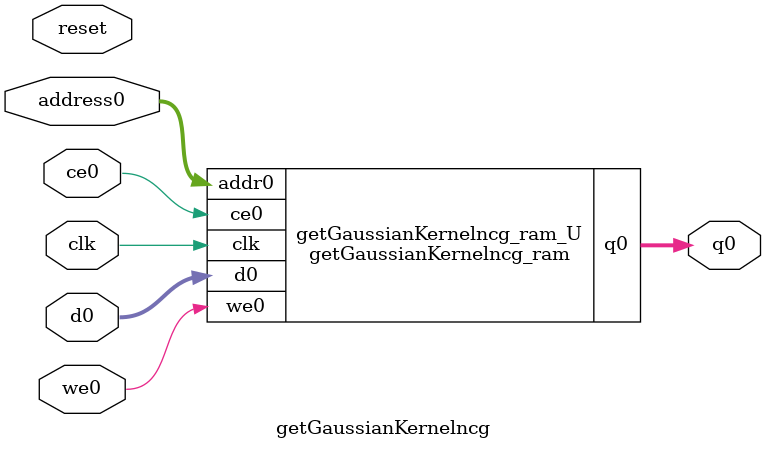
<source format=v>

`timescale 1 ns / 1 ps
module getGaussianKernelncg_ram (addr0, ce0, d0, we0, q0,  clk);

parameter DWIDTH = 32;
parameter AWIDTH = 4;
parameter MEM_SIZE = 9;

input[AWIDTH-1:0] addr0;
input ce0;
input[DWIDTH-1:0] d0;
input we0;
output reg[DWIDTH-1:0] q0;
input clk;

(* ram_style = "distributed" *)reg [DWIDTH-1:0] ram[0:MEM_SIZE-1];




always @(posedge clk)  
begin 
    if (ce0) 
    begin
        if (we0) 
        begin 
            ram[addr0] <= d0; 
            q0 <= d0;
        end 
        else 
            q0 <= ram[addr0];
    end
end


endmodule


`timescale 1 ns / 1 ps
module getGaussianKernelncg(
    reset,
    clk,
    address0,
    ce0,
    we0,
    d0,
    q0);

parameter DataWidth = 32'd32;
parameter AddressRange = 32'd9;
parameter AddressWidth = 32'd4;
input reset;
input clk;
input[AddressWidth - 1:0] address0;
input ce0;
input we0;
input[DataWidth - 1:0] d0;
output[DataWidth - 1:0] q0;



getGaussianKernelncg_ram getGaussianKernelncg_ram_U(
    .clk( clk ),
    .addr0( address0 ),
    .ce0( ce0 ),
    .d0( d0 ),
    .we0( we0 ),
    .q0( q0 ));

endmodule


</source>
